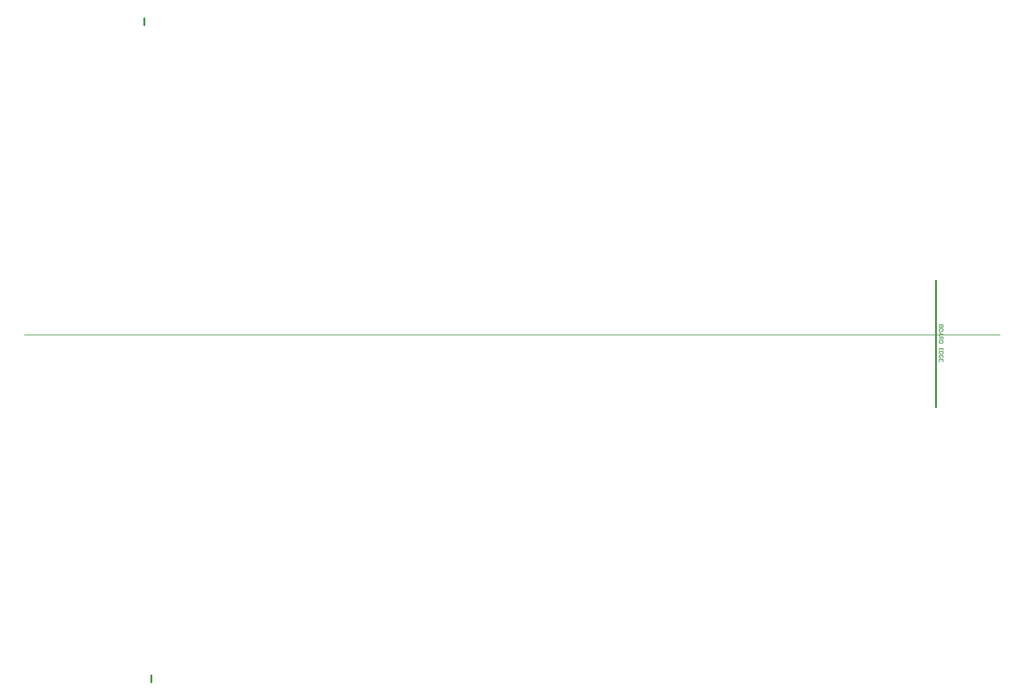
<source format=gbr>
G04 DipTrace 3.3.1.3*
G04 TopAssy.gbr*
%MOIN*%
G04 #@! TF.FileFunction,Drawing,Top*
G04 #@! TF.Part,Single*
%ADD10C,0.009843*%
%ADD18C,0.01*%
%ADD19C,0.001312*%
%ADD70C,0.003088*%
%FSLAX26Y26*%
G04*
G70*
G90*
G75*
G01*
G04 TopAssy*
%LPD*%
X5059499Y2449512D2*
D10*
Y1791244D1*
X936802Y3780732D2*
D18*
Y3818236D1*
X974302Y355732D2*
Y393236D1*
X315260Y2165654D2*
D19*
X5394000D1*
X5097798Y2219812D2*
D70*
X5077702D1*
Y2211190D1*
X5078675Y2208316D1*
X5079625Y2207366D1*
X5081526Y2206415D1*
X5084400D1*
X5086324Y2207366D1*
X5087275Y2208316D1*
X5088225Y2211190D1*
X5089198Y2208316D1*
X5090149Y2207366D1*
X5092050Y2206415D1*
X5093973D1*
X5095874Y2207365D1*
X5096847Y2208316D1*
X5097798Y2211190D1*
Y2219812D1*
X5088225D2*
Y2211190D1*
X5097798Y2194491D2*
X5096847Y2196415D1*
X5094924Y2198316D1*
X5093023Y2199289D1*
X5090149Y2200239D1*
X5085351D1*
X5082499Y2199289D1*
X5080576Y2198316D1*
X5078675Y2196415D1*
X5077702Y2194491D1*
Y2190667D1*
X5078675Y2188765D1*
X5080576Y2186842D1*
X5082499Y2185891D1*
X5085351Y2184941D1*
X5090149D1*
X5093023Y2185891D1*
X5094924Y2186842D1*
X5096847Y2188765D1*
X5097798Y2190667D1*
Y2194491D1*
X5077702Y2163444D2*
X5097798Y2171116D1*
X5077702Y2178765D1*
X5084401Y2175891D2*
Y2166318D1*
X5088225Y2157269D2*
Y2148669D1*
X5089198Y2145795D1*
X5090149Y2144822D1*
X5092050Y2143871D1*
X5093973D1*
X5095874Y2144822D1*
X5096847Y2145795D1*
X5097798Y2148669D1*
Y2157269D1*
X5077702D1*
X5088225Y2150570D2*
X5077702Y2143871D1*
X5097798Y2137695D2*
X5077702Y2137696D1*
Y2130997D1*
X5078675Y2128123D1*
X5080576Y2126199D1*
X5082499Y2125249D1*
X5085351Y2124298D1*
X5090149D1*
X5093023Y2125249D1*
X5094924Y2126199D1*
X5096847Y2128123D1*
X5097798Y2130997D1*
Y2137695D1*
Y2086257D2*
Y2098682D1*
X5077702D1*
Y2086257D1*
X5088225Y2098682D2*
Y2091033D1*
X5097798Y2080082D2*
X5077702D1*
Y2073383D1*
X5078675Y2070509D1*
X5080576Y2068586D1*
X5082499Y2067635D1*
X5085351Y2066684D1*
X5090149D1*
X5093023Y2067635D1*
X5094924Y2068586D1*
X5096847Y2070509D1*
X5097798Y2073383D1*
Y2080082D1*
X5093023Y2046161D2*
X5094924Y2047111D1*
X5096847Y2049035D1*
X5097798Y2050936D1*
Y2054761D1*
X5096847Y2056684D1*
X5094924Y2058585D1*
X5093023Y2059558D1*
X5090149Y2060509D1*
X5085351D1*
X5082499Y2059558D1*
X5080576Y2058585D1*
X5078675Y2056684D1*
X5077702Y2054761D1*
Y2050936D1*
X5078675Y2049035D1*
X5080576Y2047111D1*
X5082499Y2046161D1*
X5085351D1*
Y2050936D1*
X5097798Y2027561D2*
Y2039985D1*
X5077702D1*
Y2027561D1*
X5088225Y2039985D2*
Y2032336D1*
M02*

</source>
